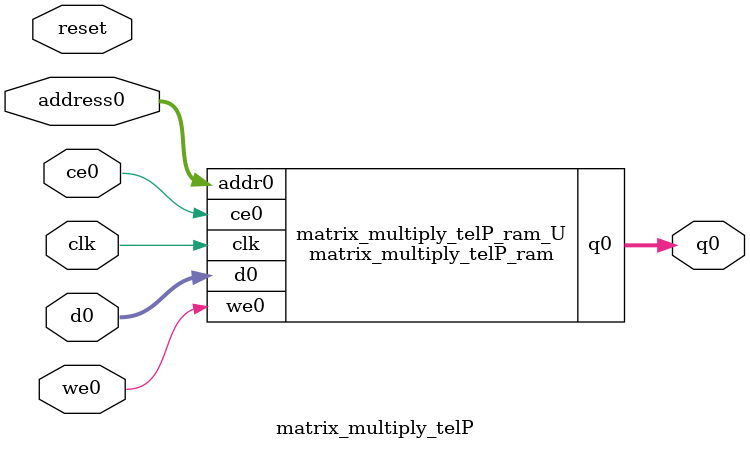
<source format=v>

`timescale 1 ns / 1 ps
module matrix_multiply_telP_ram (addr0, ce0, d0, we0, q0,  clk);

parameter DWIDTH = 8;
parameter AWIDTH = 9;
parameter MEM_SIZE = 512;

input[AWIDTH-1:0] addr0;
input ce0;
input[DWIDTH-1:0] d0;
input we0;
output reg[DWIDTH-1:0] q0;
input clk;

(* ram_style = "block" *)reg [DWIDTH-1:0] ram[0:MEM_SIZE-1];




always @(posedge clk)  
begin 
    if (ce0) 
    begin
        if (we0) 
        begin 
            ram[addr0] <= d0; 
            q0 <= d0;
        end 
        else 
            q0 <= ram[addr0];
    end
end


endmodule


`timescale 1 ns / 1 ps
module matrix_multiply_telP(
    reset,
    clk,
    address0,
    ce0,
    we0,
    d0,
    q0);

parameter DataWidth = 32'd8;
parameter AddressRange = 32'd512;
parameter AddressWidth = 32'd9;
input reset;
input clk;
input[AddressWidth - 1:0] address0;
input ce0;
input we0;
input[DataWidth - 1:0] d0;
output[DataWidth - 1:0] q0;



matrix_multiply_telP_ram matrix_multiply_telP_ram_U(
    .clk( clk ),
    .addr0( address0 ),
    .ce0( ce0 ),
    .we0( we0 ),
    .d0( d0 ),
    .q0( q0 ));

endmodule


</source>
